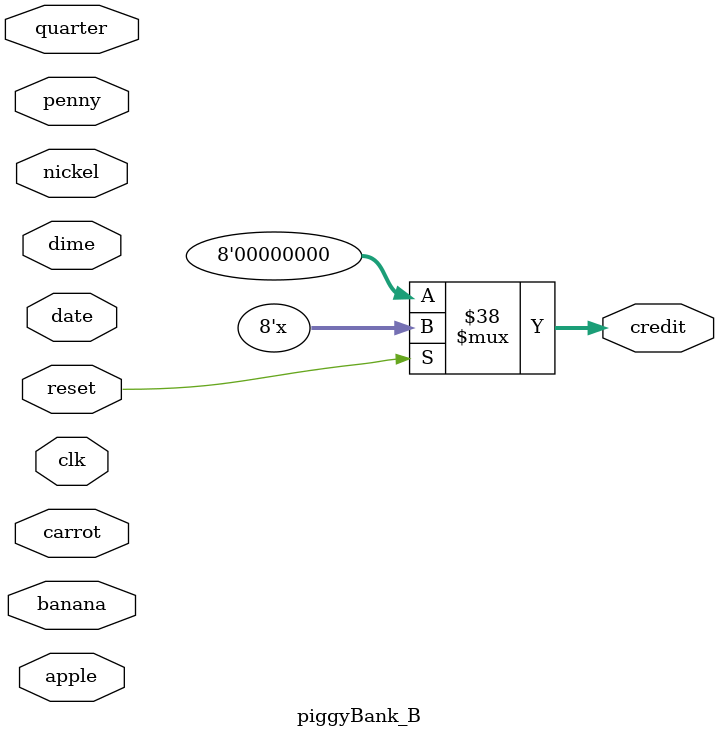
<source format=v>
module piggyBank_B(clk, reset, penny, nickel, dime, quarter, apple, banana, carrot, date, credit);
  input clk, reset;
  input penny, nickel, dime, quarter; //1cent, 5cents, 10cents, 25cents
  input apple, banana, carrot, date;
  output reg [7:0] credit;
  reg state, next_state;
  
  always @(posedge clk)
  begin
    state <= next_state;
  end
  
  always @(reset or penny or nickel or dime or quarter or apple or banana or carrot or date)
  begin
    if (~reset)
      begin
        credit <= 8'b00000000;
      end
    
    else if (reset)
      begin
        if (penny)
          credit <= credit + 8'b00000001;
        else if (nickel)
          credit <= credit + 8'b00000101;
        else if (dime)
          credit <= credit + 8'b00001010;
        else if (quarter)
          credit <= credit + 8'b00011001;
        else if (apple)
          credit <= credit - 8'b01001011;
        else if (banana)
          credit <= credit - 8'b00010100;
        else if (carrot)
          credit <= credit - 8'b00011110;
        else if (date)
          credit <= credit - 8'b00101000;
      end
  end
    
endmodule


</source>
